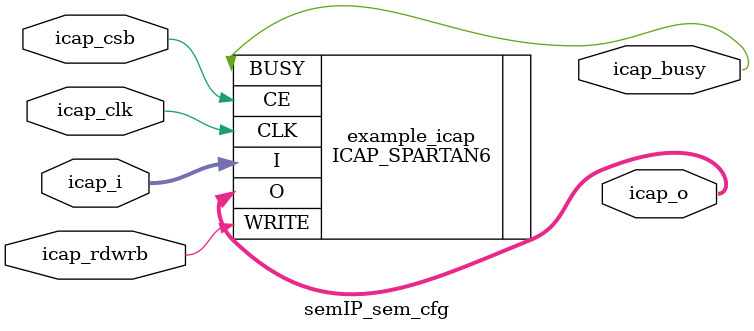
<source format=v>

`timescale 1 ps / 1 ps


module semIP_sem_cfg (
  input  wire        icap_clk,
  output wire        icap_busy,
  output wire [15:0] icap_o,
  input  wire        icap_csb,
  input  wire        icap_rdwrb,
  input  wire [15:0] icap_i
  );

  ///////////////////////////////////////////////////////////////////////////
  // Define local constants.
  ///////////////////////////////////////////////////////////////////////////

  localparam TCQ = 1;

  ///////////////////////////////////////////////////////////////////////////
  // Declare signals.
  ///////////////////////////////////////////////////////////////////////////

  // None

  ///////////////////////////////////////////////////////////////////////////
  // Instantiate the ICAP primitive.
  ///////////////////////////////////////////////////////////////////////////

  ICAP_SPARTAN6 #(
    .DEVICE_ID(32'hFFFFFFFF),
    .SIM_CFG_FILE_NAME("NONE")
    )
  example_icap (
    .BUSY(icap_busy),
    .O(icap_o),
    .CLK(icap_clk),
    .CE(icap_csb),
    .I(icap_i),
    .WRITE(icap_rdwrb)
    );

  ///////////////////////////////////////////////////////////////////////////
  //
  ///////////////////////////////////////////////////////////////////////////

endmodule

/////////////////////////////////////////////////////////////////////////////
//
/////////////////////////////////////////////////////////////////////////////

</source>
